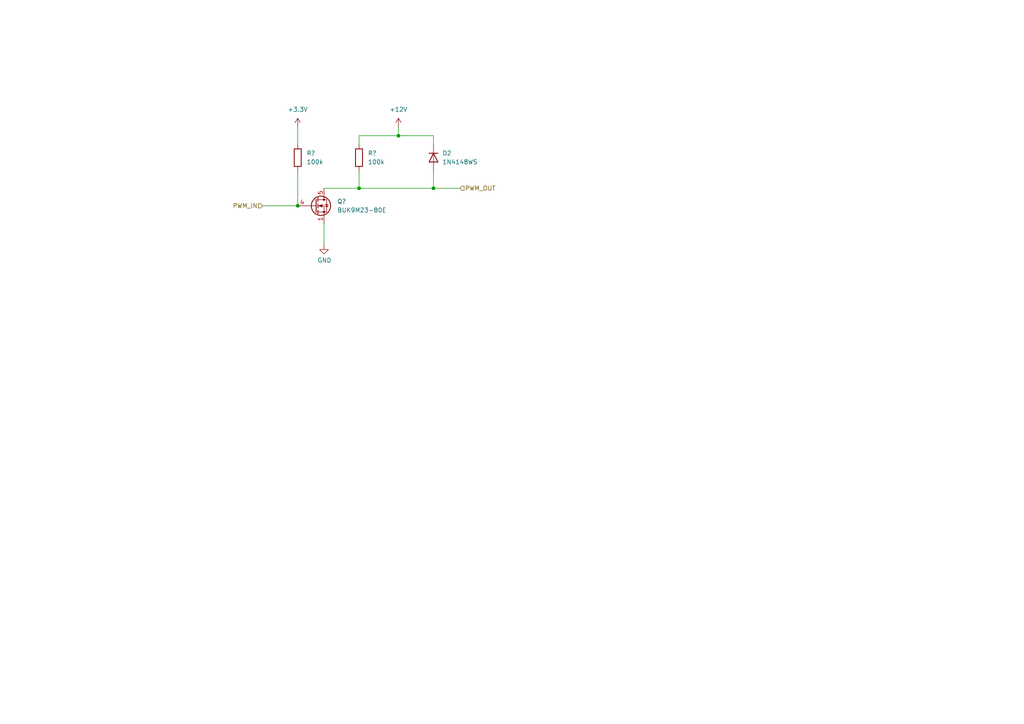
<source format=kicad_sch>
(kicad_sch (version 20230121) (generator eeschema)
  (paper "A4")
  (lib_symbols
    (symbol "Device:R" (pin_numbers hide) (pin_names (offset 0))
      (property "Reference" "R" (at 2.032 0 90))
      (property "Value" "R" (at 0 0 90))
      (symbol "R_0_1"
        (rectangle (start -1.016 -2.54) (end 1.016 2.54) (stroke (width 0.254)))
      )
      (symbol "R_1_1"
        (pin passive line (at 0 3.81 270) (length 1.27) (name "~") (number "1"))
        (pin passive line (at 0 -3.81 90) (length 1.27) (name "~") (number "2"))
      )
    )
    (symbol "Diode:1N4148" (pin_numbers hide) (pin_names hide)
      (property "Reference" "D" (at 0 2.54 0))
      (property "Value" "1N4148" (at 0 -2.54 0))
      (symbol "1N4148_0_1"
        (polyline (pts (xy -1.27 1.27) (xy -1.27 -1.27)) (stroke (width 0.254)))
        (polyline (pts (xy 1.27 0) (xy -1.27 0)))
        (polyline (pts (xy 1.27 1.27) (xy 1.27 -1.27) (xy -1.27 0) (xy 1.27 1.27)) (stroke (width 0.254)))
      )
      (symbol "1N4148_1_1"
        (pin passive line (at -3.81 0 0) (length 2.54) (name "K") (number "1"))
        (pin passive line (at 3.81 0 180) (length 2.54) (name "A") (number "2"))
      )
    )
    (symbol "Transistor_FET:BUK9M23-80EX" (pin_names hide)
      (property "Reference" "Q" (at 5.08 1.905 0))
      (property "Value" "BUK9M23-80EX" (at 5.08 0 0))
      (symbol "BUK9M23-80EX_0_1"
        (polyline (pts (xy 0.254 0) (xy -2.54 0)))
        (polyline (pts (xy 0.254 1.905) (xy 0.254 -1.905)) (stroke (width 0.254)))
        (polyline (pts (xy 0.762 -1.27) (xy 0.762 -2.286)) (stroke (width 0.254)))
        (polyline (pts (xy 0.762 0.508) (xy 0.762 -0.508)) (stroke (width 0.254)))
        (polyline (pts (xy 0.762 2.286) (xy 0.762 1.27)) (stroke (width 0.254)))
        (polyline (pts (xy 2.54 2.54) (xy 2.54 1.778)))
        (polyline (pts (xy 2.54 -2.54) (xy 2.54 0) (xy 0.762 0)))
        (polyline (pts (xy 0.762 -1.778) (xy 3.302 -1.778) (xy 3.302 1.778) (xy 0.762 1.778)))
        (polyline (pts (xy 1.016 0) (xy 2.032 0.381) (xy 2.032 -0.381) (xy 1.016 0)) (fill (type outline)))
        (polyline (pts (xy 2.794 0.508) (xy 2.921 0.381) (xy 3.683 0.381) (xy 3.81 0.254)))
        (polyline (pts (xy 3.302 0.381) (xy 2.921 -0.254) (xy 3.683 -0.254) (xy 3.302 0.381)))
        (circle (center 1.651 0) (radius 2.794) (stroke (width 0.254)))
        (circle (center 2.54 -1.778) (radius 0.254) (fill (type outline)))
        (circle (center 2.54 1.778) (radius 0.254) (fill (type outline)))
      )
      (symbol "BUK9M23-80EX_1_1"
        (pin passive line (at 2.54 -5.08 90) (length 2.54) (name "S") (number "1"))
        (pin passive line (at 2.54 -5.08 90) (length 2.54) hide (name "S") (number "2"))
        (pin passive line (at 2.54 -5.08 90) (length 2.54) hide (name "S") (number "3"))
        (pin passive line (at -5.08 0 0) (length 2.54) (name "G") (number "4"))
        (pin passive line (at 2.54 5.08 270) (length 2.54) (name "D") (number "5"))
      )
    )
    (symbol "power:+12V" (power) (pin_names (offset 0))
      (property "Value" "+12V" (at 0 3.556 0))
      (symbol "+12V_0_1"
        (polyline (pts (xy -0.762 1.27) (xy 0 2.54)))
        (polyline (pts (xy 0 0) (xy 0 2.54)))
        (polyline (pts (xy 0 2.54) (xy 0.762 1.27)))
      )
      (symbol "+12V_1_1"
        (pin power_in line (at 0 0 90) (length 0) hide (name "+12V") (number "1"))
      )
    )
    (symbol "power:+3.3V" (power) (pin_names (offset 0))
      (property "Value" "+3.3V" (at 0 3.556 0))
      (symbol "+3.3V_0_1"
        (polyline (pts (xy -0.762 1.27) (xy 0 2.54)))
        (polyline (pts (xy 0 0) (xy 0 2.54)))
        (polyline (pts (xy 0 2.54) (xy 0.762 1.27)))
      )
      (symbol "+3.3V_1_1"
        (pin power_in line (at 0 0 90) (length 0) hide (name "+3.3V") (number "1"))
      )
    )
    (symbol "power:GND" (power) (pin_names (offset 0))
      (property "Value" "GND" (at 0 -3.81 0))
      (symbol "GND_0_1"
        (polyline (pts (xy 0 0) (xy 0 -1.27) (xy 1.27 -1.27) (xy 0 -2.54) (xy -1.27 -1.27) (xy 0 -1.27)))
      )
      (symbol "GND_1_1"
        (pin power_in line (at 0 0 270) (length 0) hide (name "GND") (number "1"))
      )
    )
  )
  (junction (at 86.36 59.69))
  (junction (at 104.14 54.61))
  (junction (at 125.73 54.61))
  (junction (at 115.57 39.37))
  (wire (pts (xy 125.73 54.61) (xy 133.35 54.61)))
  (wire (pts (xy 86.36 59.69) (xy 86.36 49.53)))
  (wire (pts (xy 104.14 49.53) (xy 104.14 54.61)))
  (wire (pts (xy 125.73 49.53) (xy 125.73 54.61)))
  (wire (pts (xy 125.73 41.91) (xy 125.73 39.37)))
  (wire (pts (xy 115.57 39.37) (xy 104.14 39.37)))
  (wire (pts (xy 93.98 54.61) (xy 104.14 54.61)))
  (wire (pts (xy 93.98 64.77) (xy 93.98 71.12)))
  (wire (pts (xy 104.14 41.91) (xy 104.14 39.37)))
  (wire (pts (xy 125.73 39.37) (xy 115.57 39.37)))
  (wire (pts (xy 76.2 59.69) (xy 86.36 59.69)))
  (wire (pts (xy 86.36 36.83) (xy 86.36 41.91)))
  (wire (pts (xy 115.57 39.37) (xy 115.57 36.83)))
  (wire (pts (xy 104.14 54.61) (xy 125.73 54.61)))
  (hierarchical_label "PWM_OUT" (shape input) (at 133.35 54.61 0))
  (hierarchical_label "PWM_IN" (shape input) (at 76.2 59.69 180))
  (symbol (lib_id "Device:R") (at 104.14 45.72 0) (unit 1)
    (property "Reference" "R?" (at 106.68 44.45 0) (effects (justify left)))
    (property "Value" "100k" (at 106.68 46.99 0) (effects (justify left)))
    (property "Footprint" "Resistor_SMD:R_0805_2012Metric" (effects hide))
    (property "P/N" "RT0603FRE0710KL " (effects hide))
    (instances (project "BPS-LeaderDaughter" (path "" (reference "R?") (unit 1)) (path "" (reference "R17") (unit 1)) (path "" (reference "R19") (unit 1)) (path "" (reference "R21") (unit 1)) (path "" (reference "R23") (unit 1))))
  )
  (symbol (lib_id "Device:R") (at 86.36 45.72 0) (unit 1)
    (property "Reference" "R?" (at 88.9 44.45 0) (effects (justify left)))
    (property "Value" "100k" (at 88.9 46.99 0) (effects (justify left)))
    (property "Footprint" "Resistor_SMD:R_0805_2012Metric" (effects hide))
    (property "P/N" "RT0603FRE0710KL " (effects hide))
    (instances (project "BPS-LeaderDaughter" (path "" (reference "R?") (unit 1)) (path "" (reference "R16") (unit 1)) (path "" (reference "R18") (unit 1)) (path "" (reference "R20") (unit 1)) (path "" (reference "R22") (unit 1))))
  )
  (symbol (lib_id "Transistor_FET:BUK9M23-80EX") (at 91.44 59.69 0) (unit 1)
    (property "Reference" "Q?" (at 97.79 58.42 0) (effects (justify left)))
    (property "Value" "BUK9M23-80E" (at 97.79 60.96 0) (effects (justify left)))
    (property "Footprint" "Package_TO_SOT_SMD:LFPAK33" (effects hide))
    (property "Datasheet" "https://assets.nexperia.com/documents/data-sheet/BUK9M23-80E.pdf" (effects hide))
    (property "P/N" "BUK9M23-80E" (effects hide))
    (instances (project "BPS-LeaderDaughter" (path "" (reference "Q?") (unit 1)) (path "" (reference "Q5") (unit 1)) (path "" (reference "Q6") (unit 1)) (path "" (reference "Q7") (unit 1)) (path "" (reference "Q8") (unit 1))))
  )
  (symbol (lib_id "power:+12V") (at 115.57 36.83 0) (unit 1)
    (property "Reference" "#PWR?" (effects hide))
    (property "Value" "+12V" (at 115.57 31.75 0))
    (instances (project "BPS-LeaderDaughter" (path "" (reference "#PWR?") (unit 1)) (path "" (reference "#PWR074") (unit 1)) (path "" (reference "#PWR0121") (unit 1)) (path "" (reference "#PWR0124") (unit 1)) (path "" (reference "#PWR0127") (unit 1))))
  )
  (symbol (lib_id "Diode:1N4148") (at 125.73 45.72 270) (unit 1)
    (property "Reference" "D2" (at 128.27 44.45 90) (effects (justify left)))
    (property "Value" "1N4148WS" (at 128.27 46.99 90) (effects (justify left)))
    (property "Footprint" "Diode_SMD:D_SOD-323" (effects hide))
    (property "Datasheet" "https://assets.nexperia.com/documents/data-sheet/1N4148_1N4448.pdf" (effects hide))
    (property "Sim.Device" "D" (effects hide))
    (property "Sim.Pins" "1=K 2=A" (effects hide))
    (property "P/N" "1N4148WSQ-7-F" (effects hide))
    (instances (project "BPS-LeaderDaughter" (path "" (reference "D2") (unit 1)) (path "" (reference "D6") (unit 1)) (path "" (reference "D7") (unit 1)) (path "" (reference "D8") (unit 1)) (path "" (reference "D9") (unit 1))))
  )
  (symbol (lib_id "power:GND") (at 93.98 71.12 0) (unit 1)
    (property "Reference" "#PWR?" (effects hide))
    (property "Value" "GND" (at 94.107 75.5142 0))
    (instances (project "BPS-LeaderDaughter" (path "" (reference "#PWR?") (unit 1)) (path "" (reference "#PWR?") (unit 1)) (path "" (reference "#PWR?") (unit 1)) (path "" (reference "#PWR073") (unit 1)) (path "" (reference "#PWR0119") (unit 1)) (path "" (reference "#PWR0122") (unit 1)) (path "" (reference "#PWR0125") (unit 1))) (project "BPS-Leader" (path "" (reference "#PWR?") (unit 1))))
  )
  (symbol (lib_id "power:+3.3V") (at 86.36 36.83 0) (unit 1)
    (property "Reference" "#PWR?" (effects hide))
    (property "Value" "+3.3V" (at 86.36 31.75 0))
    (instances (project "BPS-LeaderDaughter" (path "" (reference "#PWR?") (unit 1)) (path "" (reference "#PWR072") (unit 1)) (path "" (reference "#PWR0120") (unit 1)) (path "" (reference "#PWR0123") (unit 1)) (path "" (reference "#PWR0126") (unit 1))))
  )
)
</source>
